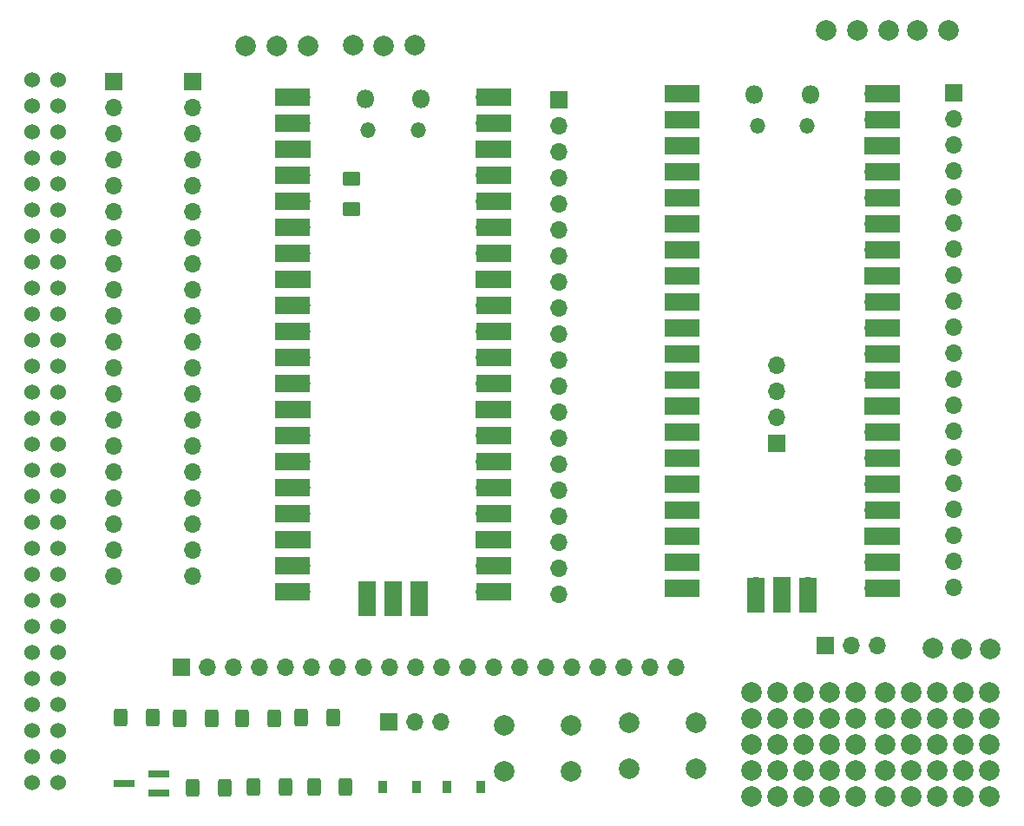
<source format=gbs>
%TF.GenerationSoftware,KiCad,Pcbnew,6.0.11-2627ca5db0~126~ubuntu22.04.1*%
%TF.CreationDate,2023-11-05T18:43:30+00:00*%
%TF.ProjectId,zx-spectrum-diagnostics,7a782d73-7065-4637-9472-756d2d646961,rev?*%
%TF.SameCoordinates,Original*%
%TF.FileFunction,Soldermask,Bot*%
%TF.FilePolarity,Negative*%
%FSLAX46Y46*%
G04 Gerber Fmt 4.6, Leading zero omitted, Abs format (unit mm)*
G04 Created by KiCad (PCBNEW 6.0.11-2627ca5db0~126~ubuntu22.04.1) date 2023-11-05 18:43:30*
%MOMM*%
%LPD*%
G01*
G04 APERTURE LIST*
G04 Aperture macros list*
%AMRoundRect*
0 Rectangle with rounded corners*
0 $1 Rounding radius*
0 $2 $3 $4 $5 $6 $7 $8 $9 X,Y pos of 4 corners*
0 Add a 4 corners polygon primitive as box body*
4,1,4,$2,$3,$4,$5,$6,$7,$8,$9,$2,$3,0*
0 Add four circle primitives for the rounded corners*
1,1,$1+$1,$2,$3*
1,1,$1+$1,$4,$5*
1,1,$1+$1,$6,$7*
1,1,$1+$1,$8,$9*
0 Add four rect primitives between the rounded corners*
20,1,$1+$1,$2,$3,$4,$5,0*
20,1,$1+$1,$4,$5,$6,$7,0*
20,1,$1+$1,$6,$7,$8,$9,0*
20,1,$1+$1,$8,$9,$2,$3,0*%
G04 Aperture macros list end*
%ADD10R,0.900000X1.200000*%
%ADD11C,2.000000*%
%ADD12RoundRect,0.250000X0.400000X0.625000X-0.400000X0.625000X-0.400000X-0.625000X0.400000X-0.625000X0*%
%ADD13R,1.700000X1.700000*%
%ADD14O,1.700000X1.700000*%
%ADD15C,1.524000*%
%ADD16RoundRect,0.250000X-0.400000X-0.625000X0.400000X-0.625000X0.400000X0.625000X-0.400000X0.625000X0*%
%ADD17R,2.000000X0.650000*%
%ADD18RoundRect,0.250001X-0.624999X0.462499X-0.624999X-0.462499X0.624999X-0.462499X0.624999X0.462499X0*%
%ADD19O,1.800000X1.800000*%
%ADD20O,1.500000X1.500000*%
%ADD21R,3.500000X1.700000*%
%ADD22R,1.700000X3.500000*%
G04 APERTURE END LIST*
D10*
%TO.C,D103*%
X122220000Y-150270000D03*
X118920000Y-150270000D03*
%TD*%
%TO.C,D102*%
X115910000Y-150290000D03*
X112610000Y-150290000D03*
%TD*%
D11*
%TO.C,*%
X155890000Y-76424000D03*
%TD*%
%TO.C,*%
X158938000Y-76424000D03*
%TD*%
%TO.C,*%
X161986000Y-76424000D03*
%TD*%
%TO.C,*%
X164780000Y-76424000D03*
%TD*%
D12*
%TO.C,R107*%
X97170000Y-150370000D03*
X94070000Y-150370000D03*
%TD*%
D11*
%TO.C,REF\u002A\u002A17*%
X166690000Y-148640000D03*
%TD*%
%TO.C,REF\u002A\u002A20*%
X148610000Y-151180000D03*
%TD*%
%TO.C,*%
X109726000Y-77898000D03*
%TD*%
%TO.C,REF\u002A\u002A19*%
X158770000Y-148640000D03*
%TD*%
%TO.C,REF\u002A\u002A*%
X148610000Y-141020000D03*
%TD*%
%TO.C,*%
X99248000Y-78018000D03*
%TD*%
%TO.C,REF\u002A\u002A10*%
X148610000Y-146100000D03*
%TD*%
%TO.C,REF\u002A\u002A21*%
X151150000Y-151180000D03*
%TD*%
%TO.C,REF\u002A\u002A17*%
X153690000Y-148640000D03*
%TD*%
%TO.C,REF\u002A\u002A1*%
X151150000Y-141020000D03*
%TD*%
%TO.C,REF\u002A\u002A3*%
X169230000Y-141020000D03*
%TD*%
%TO.C,REF\u002A\u002A8*%
X169230000Y-143560000D03*
%TD*%
%TO.C,REF\u002A\u002A21*%
X164150000Y-151180000D03*
%TD*%
%TO.C,REF\u002A\u002A11*%
X164150000Y-146100000D03*
%TD*%
%TO.C,REF\u002A\u002A9*%
X158770000Y-143560000D03*
%TD*%
%TO.C,REF\u002A\u002A6*%
X164150000Y-143560000D03*
%TD*%
%TO.C,REF\u002A\u002A18*%
X156230000Y-148640000D03*
%TD*%
%TO.C,REF\u002A\u002A24*%
X158770000Y-151180000D03*
%TD*%
%TO.C,REF\u002A\u002A12*%
X166690000Y-146100000D03*
%TD*%
%TO.C,REF\u002A\u002A*%
X161610000Y-141020000D03*
%TD*%
%TO.C,*%
X166270000Y-136750000D03*
%TD*%
%TO.C,REF\u002A\u002A13*%
X156230000Y-146100000D03*
%TD*%
%TO.C,*%
X102296000Y-77948000D03*
%TD*%
%TO.C,REF\u002A\u002A24*%
X171770000Y-151180000D03*
%TD*%
%TO.C,REF\u002A\u002A3*%
X156230000Y-141020000D03*
%TD*%
%TO.C,REF\u002A\u002A22*%
X166690000Y-151180000D03*
%TD*%
%TO.C,REF\u002A\u002A13*%
X169230000Y-146100000D03*
%TD*%
%TO.C,*%
X171850000Y-136810000D03*
%TD*%
%TO.C,REF\u002A\u002A2*%
X166690000Y-141020000D03*
%TD*%
D13*
%TO.C,J101*%
X151064000Y-116800000D03*
D14*
X151064000Y-114260000D03*
X151064000Y-111720000D03*
X151064000Y-109180000D03*
%TD*%
D11*
%TO.C,*%
X115758000Y-77898000D03*
%TD*%
%TO.C,SW101*%
X143138000Y-148524000D03*
X136638000Y-148524000D03*
X136638000Y-144024000D03*
X143138000Y-144024000D03*
%TD*%
%TO.C,REF\u002A\u002A15*%
X161610000Y-148640000D03*
%TD*%
%TO.C,REF\u002A\u002A5*%
X148610000Y-143560000D03*
%TD*%
%TO.C,*%
X112710000Y-77948000D03*
%TD*%
%TO.C,*%
X169050000Y-136800000D03*
%TD*%
%TO.C,REF\u002A\u002A2*%
X153690000Y-141020000D03*
%TD*%
%TO.C,REF\u002A\u002A6*%
X151150000Y-143560000D03*
%TD*%
%TO.C,REF\u002A\u002A11*%
X151150000Y-146100000D03*
%TD*%
%TO.C,REF\u002A\u002A14*%
X171770000Y-146100000D03*
%TD*%
%TO.C,SW102*%
X130946000Y-148778000D03*
X124446000Y-148778000D03*
X130946000Y-144278000D03*
X124446000Y-144278000D03*
%TD*%
%TO.C,REF\u002A\u002A1*%
X164150000Y-141020000D03*
%TD*%
%TO.C,REF\u002A\u002A16*%
X164150000Y-148640000D03*
%TD*%
%TO.C,REF\u002A\u002A10*%
X161610000Y-146100000D03*
%TD*%
%TO.C,*%
X105344000Y-77948000D03*
%TD*%
%TO.C,REF\u002A\u002A4*%
X158770000Y-141020000D03*
%TD*%
%TO.C,REF\u002A\u002A20*%
X161610000Y-151180000D03*
%TD*%
%TO.C,REF\u002A\u002A16*%
X151150000Y-148640000D03*
%TD*%
%TO.C,REF\u002A\u002A15*%
X148610000Y-148640000D03*
%TD*%
%TO.C,*%
X167828000Y-76424000D03*
%TD*%
%TO.C,REF\u002A\u002A14*%
X158770000Y-146100000D03*
%TD*%
%TO.C,REF\u002A\u002A7*%
X166690000Y-143560000D03*
%TD*%
%TO.C,REF\u002A\u002A9*%
X171770000Y-143560000D03*
%TD*%
%TO.C,REF\u002A\u002A12*%
X153690000Y-146100000D03*
%TD*%
%TO.C,REF\u002A\u002A19*%
X171770000Y-148640000D03*
%TD*%
%TO.C,REF\u002A\u002A7*%
X153690000Y-143560000D03*
%TD*%
%TO.C,REF\u002A\u002A23*%
X169230000Y-151180000D03*
%TD*%
%TO.C,REF\u002A\u002A23*%
X156230000Y-151180000D03*
%TD*%
%TO.C,REF\u002A\u002A22*%
X153690000Y-151180000D03*
%TD*%
%TO.C,REF\u002A\u002A4*%
X171770000Y-141020000D03*
%TD*%
D15*
%TO.C,Z101*%
X78420000Y-91470000D03*
X80960000Y-91470000D03*
X80960000Y-81310000D03*
X80960000Y-83850000D03*
X80960000Y-86390000D03*
X80960000Y-88930000D03*
X80960000Y-94010000D03*
X80960000Y-96550000D03*
X80960000Y-99090000D03*
X80960000Y-101630000D03*
X80960000Y-104170000D03*
X80960000Y-106710000D03*
X80960000Y-109250000D03*
X80960000Y-111790000D03*
X80960000Y-114330000D03*
X80960000Y-116870000D03*
X80960000Y-119410000D03*
X80960000Y-121950000D03*
X80960000Y-124490000D03*
X80960000Y-127030000D03*
X80960000Y-129570000D03*
X80960000Y-132110000D03*
X80960000Y-134650000D03*
X80960000Y-137190000D03*
X80960000Y-139730000D03*
X80960000Y-142270000D03*
X80960000Y-144810000D03*
X80960000Y-147350000D03*
X80960000Y-149890000D03*
X78420000Y-81310000D03*
X78420000Y-83850000D03*
X78420000Y-86390000D03*
X78420000Y-88930000D03*
X78420000Y-94010000D03*
X78420000Y-96550000D03*
X78420000Y-99090000D03*
X78420000Y-101630000D03*
X78420000Y-104170000D03*
X78420000Y-106710000D03*
X78420000Y-109250000D03*
X78420000Y-111790000D03*
X78420000Y-114330000D03*
X78420000Y-116870000D03*
X78420000Y-119410000D03*
X78420000Y-121950000D03*
X78420000Y-124490000D03*
X78420000Y-127030000D03*
X78420000Y-129570000D03*
X78420000Y-132110000D03*
X78420000Y-134650000D03*
X78420000Y-137190000D03*
X78420000Y-139730000D03*
X78420000Y-142270000D03*
X78420000Y-144810000D03*
X78420000Y-147350000D03*
X78420000Y-149890000D03*
%TD*%
D11*
%TO.C,REF\u002A\u002A5*%
X161610000Y-143560000D03*
%TD*%
%TO.C,REF\u002A\u002A8*%
X156230000Y-143560000D03*
%TD*%
%TO.C,REF\u002A\u002A18*%
X169230000Y-148640000D03*
%TD*%
D13*
%TO.C,J203*%
X86365000Y-81470000D03*
D14*
X86365000Y-84010000D03*
X86365000Y-86550000D03*
X86365000Y-89090000D03*
X86365000Y-91630000D03*
X86365000Y-94170000D03*
X86365000Y-96710000D03*
X86365000Y-99250000D03*
X86365000Y-101790000D03*
X86365000Y-104330000D03*
X86365000Y-106870000D03*
X86365000Y-109410000D03*
X86365000Y-111950000D03*
X86365000Y-114490000D03*
X86365000Y-117030000D03*
X86365000Y-119570000D03*
X86365000Y-122110000D03*
X86365000Y-124650000D03*
X86365000Y-127190000D03*
X86365000Y-129730000D03*
%TD*%
D16*
%TO.C,R106*%
X92820000Y-143560000D03*
X95920000Y-143560000D03*
%TD*%
D13*
%TO.C,J204*%
X168295000Y-82560000D03*
D14*
X168295000Y-85100000D03*
X168295000Y-87640000D03*
X168295000Y-90180000D03*
X168295000Y-92720000D03*
X168295000Y-95260000D03*
X168295000Y-97800000D03*
X168295000Y-100340000D03*
X168295000Y-102880000D03*
X168295000Y-105420000D03*
X168295000Y-107960000D03*
X168295000Y-110500000D03*
X168295000Y-113040000D03*
X168295000Y-115580000D03*
X168295000Y-118120000D03*
X168295000Y-120660000D03*
X168295000Y-123200000D03*
X168295000Y-125740000D03*
X168295000Y-128280000D03*
X168295000Y-130820000D03*
%TD*%
D12*
%TO.C,R101*%
X103140000Y-150330000D03*
X100040000Y-150330000D03*
%TD*%
D14*
%TO.C,J202*%
X141250000Y-138565000D03*
X138710000Y-138565000D03*
X136170000Y-138565000D03*
X133630000Y-138565000D03*
X131090000Y-138565000D03*
X128550000Y-138565000D03*
X126010000Y-138565000D03*
X123470000Y-138565000D03*
X120930000Y-138565000D03*
X118390000Y-138565000D03*
X115850000Y-138565000D03*
X113310000Y-138565000D03*
X110770000Y-138565000D03*
X108230000Y-138565000D03*
X105690000Y-138565000D03*
X103150000Y-138565000D03*
X100610000Y-138565000D03*
X98070000Y-138565000D03*
X95530000Y-138565000D03*
D13*
X92990000Y-138565000D03*
%TD*%
D17*
%TO.C,Q101*%
X90790000Y-148980000D03*
X90790000Y-150880000D03*
X87370000Y-149930000D03*
%TD*%
D13*
%TO.C,J102*%
X155825000Y-136465000D03*
D14*
X158365000Y-136465000D03*
X160905000Y-136465000D03*
%TD*%
D16*
%TO.C,R102*%
X105900000Y-150320000D03*
X109000000Y-150320000D03*
%TD*%
D12*
%TO.C,R103*%
X101990000Y-143590000D03*
X98890000Y-143590000D03*
%TD*%
D18*
%TO.C,D101*%
X109550000Y-90952500D03*
X109550000Y-93927500D03*
%TD*%
D19*
%TO.C,U102*%
X116355000Y-83150000D03*
D20*
X111205000Y-86180000D03*
X116055000Y-86180000D03*
D19*
X110905000Y-83150000D03*
D21*
X123420000Y-83020000D03*
D14*
X122520000Y-83020000D03*
X122520000Y-85560000D03*
D21*
X123420000Y-85560000D03*
D13*
X122520000Y-88100000D03*
D21*
X123420000Y-88100000D03*
X123420000Y-90640000D03*
D14*
X122520000Y-90640000D03*
D21*
X123420000Y-93180000D03*
D14*
X122520000Y-93180000D03*
D21*
X123420000Y-95720000D03*
D14*
X122520000Y-95720000D03*
X122520000Y-98260000D03*
D21*
X123420000Y-98260000D03*
X123420000Y-100800000D03*
D13*
X122520000Y-100800000D03*
D14*
X122520000Y-103340000D03*
D21*
X123420000Y-103340000D03*
D14*
X122520000Y-105880000D03*
D21*
X123420000Y-105880000D03*
D14*
X122520000Y-108420000D03*
D21*
X123420000Y-108420000D03*
X123420000Y-110960000D03*
D14*
X122520000Y-110960000D03*
D13*
X122520000Y-113500000D03*
D21*
X123420000Y-113500000D03*
X123420000Y-116040000D03*
D14*
X122520000Y-116040000D03*
D21*
X123420000Y-118580000D03*
D14*
X122520000Y-118580000D03*
D21*
X123420000Y-121120000D03*
D14*
X122520000Y-121120000D03*
X122520000Y-123660000D03*
D21*
X123420000Y-123660000D03*
D13*
X122520000Y-126200000D03*
D21*
X123420000Y-126200000D03*
D14*
X122520000Y-128740000D03*
D21*
X123420000Y-128740000D03*
X123420000Y-131280000D03*
D14*
X122520000Y-131280000D03*
X104740000Y-131280000D03*
D21*
X103840000Y-131280000D03*
D14*
X104740000Y-128740000D03*
D21*
X103840000Y-128740000D03*
X103840000Y-126200000D03*
D13*
X104740000Y-126200000D03*
D21*
X103840000Y-123660000D03*
D14*
X104740000Y-123660000D03*
D21*
X103840000Y-121120000D03*
D14*
X104740000Y-121120000D03*
D21*
X103840000Y-118580000D03*
D14*
X104740000Y-118580000D03*
D21*
X103840000Y-116040000D03*
D14*
X104740000Y-116040000D03*
D13*
X104740000Y-113500000D03*
D21*
X103840000Y-113500000D03*
D14*
X104740000Y-110960000D03*
D21*
X103840000Y-110960000D03*
D14*
X104740000Y-108420000D03*
D21*
X103840000Y-108420000D03*
X103840000Y-105880000D03*
D14*
X104740000Y-105880000D03*
X104740000Y-103340000D03*
D21*
X103840000Y-103340000D03*
X103840000Y-100800000D03*
D13*
X104740000Y-100800000D03*
D14*
X104740000Y-98260000D03*
D21*
X103840000Y-98260000D03*
D14*
X104740000Y-95720000D03*
D21*
X103840000Y-95720000D03*
X103840000Y-93180000D03*
D14*
X104740000Y-93180000D03*
X104740000Y-90640000D03*
D21*
X103840000Y-90640000D03*
X103840000Y-88100000D03*
D13*
X104740000Y-88100000D03*
D21*
X103840000Y-85560000D03*
D14*
X104740000Y-85560000D03*
X104740000Y-83020000D03*
D21*
X103840000Y-83020000D03*
D14*
X116170000Y-131050000D03*
D22*
X116170000Y-131950000D03*
D13*
X113630000Y-131050000D03*
D22*
X113630000Y-131950000D03*
X111090000Y-131950000D03*
D14*
X111090000Y-131050000D03*
%TD*%
D13*
%TO.C,J103*%
X113235000Y-143915000D03*
D14*
X115775000Y-143915000D03*
X118315000Y-143915000D03*
%TD*%
D19*
%TO.C,U101*%
X154325000Y-82755000D03*
D20*
X149175000Y-85785000D03*
X154025000Y-85785000D03*
D19*
X148875000Y-82755000D03*
D21*
X161390000Y-82625000D03*
D14*
X160490000Y-82625000D03*
D21*
X161390000Y-85165000D03*
D14*
X160490000Y-85165000D03*
D21*
X161390000Y-87705000D03*
D13*
X160490000Y-87705000D03*
D14*
X160490000Y-90245000D03*
D21*
X161390000Y-90245000D03*
X161390000Y-92785000D03*
D14*
X160490000Y-92785000D03*
X160490000Y-95325000D03*
D21*
X161390000Y-95325000D03*
D14*
X160490000Y-97865000D03*
D21*
X161390000Y-97865000D03*
X161390000Y-100405000D03*
D13*
X160490000Y-100405000D03*
D21*
X161390000Y-102945000D03*
D14*
X160490000Y-102945000D03*
X160490000Y-105485000D03*
D21*
X161390000Y-105485000D03*
X161390000Y-108025000D03*
D14*
X160490000Y-108025000D03*
X160490000Y-110565000D03*
D21*
X161390000Y-110565000D03*
X161390000Y-113105000D03*
D13*
X160490000Y-113105000D03*
D21*
X161390000Y-115645000D03*
D14*
X160490000Y-115645000D03*
D21*
X161390000Y-118185000D03*
D14*
X160490000Y-118185000D03*
D21*
X161390000Y-120725000D03*
D14*
X160490000Y-120725000D03*
D21*
X161390000Y-123265000D03*
D14*
X160490000Y-123265000D03*
D21*
X161390000Y-125805000D03*
D13*
X160490000Y-125805000D03*
D14*
X160490000Y-128345000D03*
D21*
X161390000Y-128345000D03*
X161390000Y-130885000D03*
D14*
X160490000Y-130885000D03*
X142710000Y-130885000D03*
D21*
X141810000Y-130885000D03*
D14*
X142710000Y-128345000D03*
D21*
X141810000Y-128345000D03*
X141810000Y-125805000D03*
D13*
X142710000Y-125805000D03*
D14*
X142710000Y-123265000D03*
D21*
X141810000Y-123265000D03*
D14*
X142710000Y-120725000D03*
D21*
X141810000Y-120725000D03*
D14*
X142710000Y-118185000D03*
D21*
X141810000Y-118185000D03*
D14*
X142710000Y-115645000D03*
D21*
X141810000Y-115645000D03*
D13*
X142710000Y-113105000D03*
D21*
X141810000Y-113105000D03*
D14*
X142710000Y-110565000D03*
D21*
X141810000Y-110565000D03*
X141810000Y-108025000D03*
D14*
X142710000Y-108025000D03*
D21*
X141810000Y-105485000D03*
D14*
X142710000Y-105485000D03*
X142710000Y-102945000D03*
D21*
X141810000Y-102945000D03*
X141810000Y-100405000D03*
D13*
X142710000Y-100405000D03*
D21*
X141810000Y-97865000D03*
D14*
X142710000Y-97865000D03*
D21*
X141810000Y-95325000D03*
D14*
X142710000Y-95325000D03*
D21*
X141810000Y-92785000D03*
D14*
X142710000Y-92785000D03*
D21*
X141810000Y-90245000D03*
D14*
X142710000Y-90245000D03*
D13*
X142710000Y-87705000D03*
D21*
X141810000Y-87705000D03*
D14*
X142710000Y-85165000D03*
D21*
X141810000Y-85165000D03*
D14*
X142710000Y-82625000D03*
D21*
X141810000Y-82625000D03*
D14*
X154140000Y-130655000D03*
D22*
X154140000Y-131555000D03*
X151600000Y-131555000D03*
D13*
X151600000Y-130655000D03*
D22*
X149060000Y-131555000D03*
D14*
X149060000Y-130655000D03*
%TD*%
D16*
%TO.C,R104*%
X104650000Y-143530000D03*
X107750000Y-143530000D03*
%TD*%
D13*
%TO.C,J205*%
X129770000Y-83240000D03*
D14*
X129770000Y-85780000D03*
X129770000Y-88320000D03*
X129770000Y-90860000D03*
X129770000Y-93400000D03*
X129770000Y-95940000D03*
X129770000Y-98480000D03*
X129770000Y-101020000D03*
X129770000Y-103560000D03*
X129770000Y-106100000D03*
X129770000Y-108640000D03*
X129770000Y-111180000D03*
X129770000Y-113720000D03*
X129770000Y-116260000D03*
X129770000Y-118800000D03*
X129770000Y-121340000D03*
X129770000Y-123880000D03*
X129770000Y-126420000D03*
X129770000Y-128960000D03*
X129770000Y-131500000D03*
%TD*%
D12*
%TO.C,R105*%
X90180000Y-143550000D03*
X87080000Y-143550000D03*
%TD*%
D13*
%TO.C,J201*%
X94090000Y-81430000D03*
D14*
X94090000Y-83970000D03*
X94090000Y-86510000D03*
X94090000Y-89050000D03*
X94090000Y-91590000D03*
X94090000Y-94130000D03*
X94090000Y-96670000D03*
X94090000Y-99210000D03*
X94090000Y-101750000D03*
X94090000Y-104290000D03*
X94090000Y-106830000D03*
X94090000Y-109370000D03*
X94090000Y-111910000D03*
X94090000Y-114450000D03*
X94090000Y-116990000D03*
X94090000Y-119530000D03*
X94090000Y-122070000D03*
X94090000Y-124610000D03*
X94090000Y-127150000D03*
X94090000Y-129690000D03*
%TD*%
M02*

</source>
